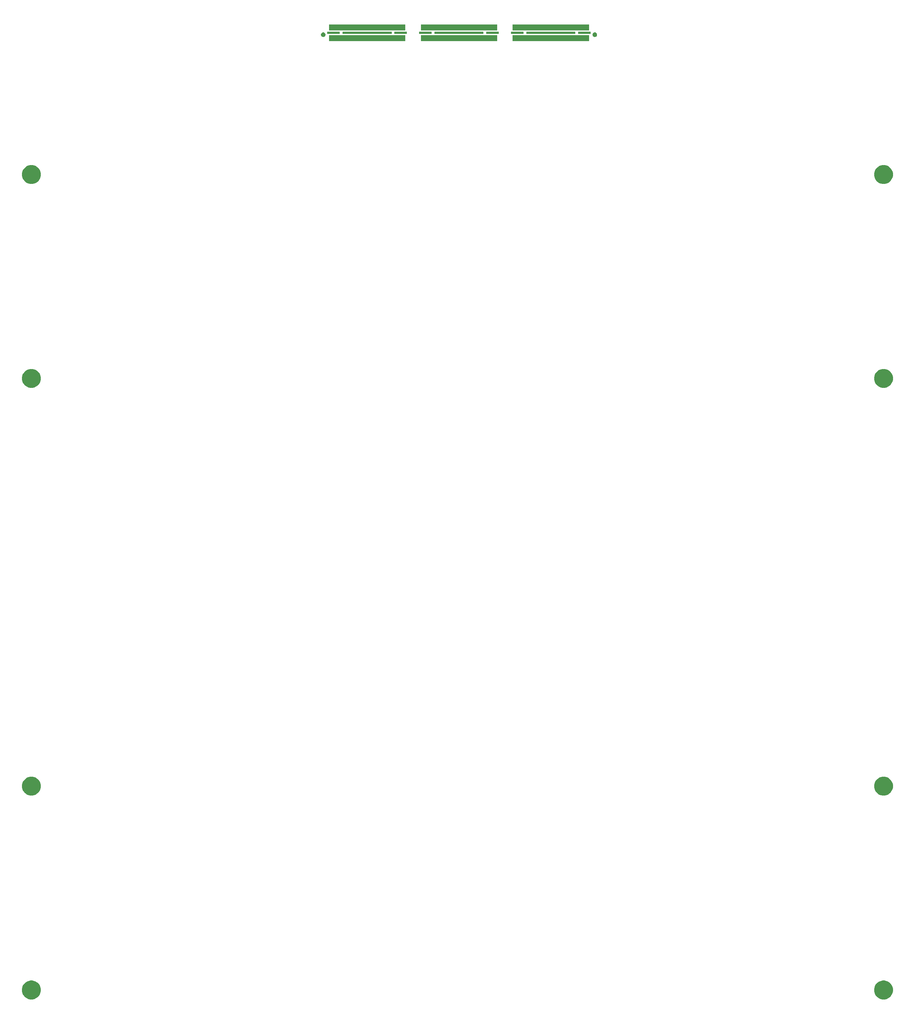
<source format=gbr>
G04 #@! TF.GenerationSoftware,KiCad,Pcbnew,(5.1.6)-1*
G04 #@! TF.CreationDate,2022-05-04T19:11:15-05:00*
G04 #@! TF.ProjectId,stripline_anode,73747269-706c-4696-9e65-5f616e6f6465,1a*
G04 #@! TF.SameCoordinates,Original*
G04 #@! TF.FileFunction,Soldermask,Top*
G04 #@! TF.FilePolarity,Negative*
%FSLAX46Y46*%
G04 Gerber Fmt 4.6, Leading zero omitted, Abs format (unit mm)*
G04 Created by KiCad (PCBNEW (5.1.6)-1) date 2022-05-04 19:11:15*
%MOMM*%
%LPD*%
G01*
G04 APERTURE LIST*
%ADD10C,0.100000*%
G04 APERTURE END LIST*
D10*
G36*
X115740391Y-107529033D02*
G01*
X116204643Y-107721332D01*
X116204645Y-107721333D01*
X116622461Y-108000509D01*
X116977784Y-108355832D01*
X117256960Y-108773648D01*
X117256961Y-108773650D01*
X117449260Y-109237902D01*
X117547293Y-109730747D01*
X117547293Y-110233253D01*
X117449260Y-110726098D01*
X117256961Y-111190350D01*
X117256960Y-111190352D01*
X116977784Y-111608168D01*
X116622461Y-111963491D01*
X116204645Y-112242667D01*
X116204644Y-112242668D01*
X116204643Y-112242668D01*
X115740391Y-112434967D01*
X115247546Y-112533000D01*
X114745040Y-112533000D01*
X114252195Y-112434967D01*
X113787943Y-112242668D01*
X113787942Y-112242668D01*
X113787941Y-112242667D01*
X113370125Y-111963491D01*
X113014802Y-111608168D01*
X112735626Y-111190352D01*
X112735625Y-111190350D01*
X112543326Y-110726098D01*
X112445293Y-110233253D01*
X112445293Y-109730747D01*
X112543326Y-109237902D01*
X112735625Y-108773650D01*
X112735626Y-108773648D01*
X113014802Y-108355832D01*
X113370125Y-108000509D01*
X113787941Y-107721333D01*
X113787943Y-107721332D01*
X114252195Y-107529033D01*
X114745040Y-107431000D01*
X115247546Y-107431000D01*
X115740391Y-107529033D01*
G37*
G36*
X-114259609Y-107529033D02*
G01*
X-113795357Y-107721332D01*
X-113795355Y-107721333D01*
X-113377539Y-108000509D01*
X-113022216Y-108355832D01*
X-112743040Y-108773648D01*
X-112743039Y-108773650D01*
X-112550740Y-109237902D01*
X-112452707Y-109730747D01*
X-112452707Y-110233253D01*
X-112550740Y-110726098D01*
X-112743039Y-111190350D01*
X-112743040Y-111190352D01*
X-113022216Y-111608168D01*
X-113377539Y-111963491D01*
X-113795355Y-112242667D01*
X-113795356Y-112242668D01*
X-113795357Y-112242668D01*
X-114259609Y-112434967D01*
X-114752454Y-112533000D01*
X-115254960Y-112533000D01*
X-115747805Y-112434967D01*
X-116212057Y-112242668D01*
X-116212058Y-112242668D01*
X-116212059Y-112242667D01*
X-116629875Y-111963491D01*
X-116985198Y-111608168D01*
X-117264374Y-111190352D01*
X-117264375Y-111190350D01*
X-117456674Y-110726098D01*
X-117554707Y-110233253D01*
X-117554707Y-109730747D01*
X-117456674Y-109237902D01*
X-117264375Y-108773650D01*
X-117264374Y-108773648D01*
X-116985198Y-108355832D01*
X-116629875Y-108000509D01*
X-116212059Y-107721333D01*
X-116212057Y-107721332D01*
X-115747805Y-107529033D01*
X-115254960Y-107431000D01*
X-114752454Y-107431000D01*
X-114259609Y-107529033D01*
G37*
G36*
X-114259609Y-52529033D02*
G01*
X-113795357Y-52721332D01*
X-113795355Y-52721333D01*
X-113377539Y-53000509D01*
X-113022216Y-53355832D01*
X-112743040Y-53773648D01*
X-112743039Y-53773650D01*
X-112550740Y-54237902D01*
X-112452707Y-54730747D01*
X-112452707Y-55233253D01*
X-112550740Y-55726098D01*
X-112743039Y-56190350D01*
X-112743040Y-56190352D01*
X-113022216Y-56608168D01*
X-113377539Y-56963491D01*
X-113795355Y-57242667D01*
X-113795356Y-57242668D01*
X-113795357Y-57242668D01*
X-114259609Y-57434967D01*
X-114752454Y-57533000D01*
X-115254960Y-57533000D01*
X-115747805Y-57434967D01*
X-116212057Y-57242668D01*
X-116212058Y-57242668D01*
X-116212059Y-57242667D01*
X-116629875Y-56963491D01*
X-116985198Y-56608168D01*
X-117264374Y-56190352D01*
X-117264375Y-56190350D01*
X-117456674Y-55726098D01*
X-117554707Y-55233253D01*
X-117554707Y-54730747D01*
X-117456674Y-54237902D01*
X-117264375Y-53773650D01*
X-117264374Y-53773648D01*
X-116985198Y-53355832D01*
X-116629875Y-53000509D01*
X-116212059Y-52721333D01*
X-116212057Y-52721332D01*
X-115747805Y-52529033D01*
X-115254960Y-52431000D01*
X-114752454Y-52431000D01*
X-114259609Y-52529033D01*
G37*
G36*
X115740391Y-52529033D02*
G01*
X116204643Y-52721332D01*
X116204645Y-52721333D01*
X116622461Y-53000509D01*
X116977784Y-53355832D01*
X117256960Y-53773648D01*
X117256961Y-53773650D01*
X117449260Y-54237902D01*
X117547293Y-54730747D01*
X117547293Y-55233253D01*
X117449260Y-55726098D01*
X117256961Y-56190350D01*
X117256960Y-56190352D01*
X116977784Y-56608168D01*
X116622461Y-56963491D01*
X116204645Y-57242667D01*
X116204644Y-57242668D01*
X116204643Y-57242668D01*
X115740391Y-57434967D01*
X115247546Y-57533000D01*
X114745040Y-57533000D01*
X114252195Y-57434967D01*
X113787943Y-57242668D01*
X113787942Y-57242668D01*
X113787941Y-57242667D01*
X113370125Y-56963491D01*
X113014802Y-56608168D01*
X112735626Y-56190352D01*
X112735625Y-56190350D01*
X112543326Y-55726098D01*
X112445293Y-55233253D01*
X112445293Y-54730747D01*
X112543326Y-54237902D01*
X112735625Y-53773650D01*
X112735626Y-53773648D01*
X113014802Y-53355832D01*
X113370125Y-53000509D01*
X113787941Y-52721333D01*
X113787943Y-52721332D01*
X114252195Y-52529033D01*
X114745040Y-52431000D01*
X115247546Y-52431000D01*
X115740391Y-52529033D01*
G37*
G36*
X115740391Y57470967D02*
G01*
X116204643Y57278668D01*
X116204645Y57278667D01*
X116622461Y56999491D01*
X116977784Y56644168D01*
X117256960Y56226352D01*
X117256961Y56226350D01*
X117449260Y55762098D01*
X117547293Y55269253D01*
X117547293Y54766747D01*
X117449260Y54273902D01*
X117256961Y53809650D01*
X117256960Y53809648D01*
X116977784Y53391832D01*
X116622461Y53036509D01*
X116204645Y52757333D01*
X116204644Y52757332D01*
X116204643Y52757332D01*
X115740391Y52565033D01*
X115247546Y52467000D01*
X114745040Y52467000D01*
X114252195Y52565033D01*
X113787943Y52757332D01*
X113787942Y52757332D01*
X113787941Y52757333D01*
X113370125Y53036509D01*
X113014802Y53391832D01*
X112735626Y53809648D01*
X112735625Y53809650D01*
X112543326Y54273902D01*
X112445293Y54766747D01*
X112445293Y55269253D01*
X112543326Y55762098D01*
X112735625Y56226350D01*
X112735626Y56226352D01*
X113014802Y56644168D01*
X113370125Y56999491D01*
X113787941Y57278667D01*
X113787943Y57278668D01*
X114252195Y57470967D01*
X114745040Y57569000D01*
X115247546Y57569000D01*
X115740391Y57470967D01*
G37*
G36*
X-114259609Y57470967D02*
G01*
X-113795357Y57278668D01*
X-113795355Y57278667D01*
X-113377539Y56999491D01*
X-113022216Y56644168D01*
X-112743040Y56226352D01*
X-112743039Y56226350D01*
X-112550740Y55762098D01*
X-112452707Y55269253D01*
X-112452707Y54766747D01*
X-112550740Y54273902D01*
X-112743039Y53809650D01*
X-112743040Y53809648D01*
X-113022216Y53391832D01*
X-113377539Y53036509D01*
X-113795355Y52757333D01*
X-113795356Y52757332D01*
X-113795357Y52757332D01*
X-114259609Y52565033D01*
X-114752454Y52467000D01*
X-115254960Y52467000D01*
X-115747805Y52565033D01*
X-116212057Y52757332D01*
X-116212058Y52757332D01*
X-116212059Y52757333D01*
X-116629875Y53036509D01*
X-116985198Y53391832D01*
X-117264374Y53809648D01*
X-117264375Y53809650D01*
X-117456674Y54273902D01*
X-117554707Y54766747D01*
X-117554707Y55269253D01*
X-117456674Y55762098D01*
X-117264375Y56226350D01*
X-117264374Y56226352D01*
X-116985198Y56644168D01*
X-116629875Y56999491D01*
X-116212059Y57278667D01*
X-116212057Y57278668D01*
X-115747805Y57470967D01*
X-115254960Y57569000D01*
X-114752454Y57569000D01*
X-114259609Y57470967D01*
G37*
G36*
X115740391Y112470967D02*
G01*
X116204643Y112278668D01*
X116204645Y112278667D01*
X116622461Y111999491D01*
X116977784Y111644168D01*
X117256960Y111226352D01*
X117256961Y111226350D01*
X117449260Y110762098D01*
X117547293Y110269253D01*
X117547293Y109766747D01*
X117449260Y109273902D01*
X117256961Y108809650D01*
X117256960Y108809648D01*
X116977784Y108391832D01*
X116622461Y108036509D01*
X116204645Y107757333D01*
X116204644Y107757332D01*
X116204643Y107757332D01*
X115740391Y107565033D01*
X115247546Y107467000D01*
X114745040Y107467000D01*
X114252195Y107565033D01*
X113787943Y107757332D01*
X113787942Y107757332D01*
X113787941Y107757333D01*
X113370125Y108036509D01*
X113014802Y108391832D01*
X112735626Y108809648D01*
X112735625Y108809650D01*
X112543326Y109273902D01*
X112445293Y109766747D01*
X112445293Y110269253D01*
X112543326Y110762098D01*
X112735625Y111226350D01*
X112735626Y111226352D01*
X113014802Y111644168D01*
X113370125Y111999491D01*
X113787941Y112278667D01*
X113787943Y112278668D01*
X114252195Y112470967D01*
X114745040Y112569000D01*
X115247546Y112569000D01*
X115740391Y112470967D01*
G37*
G36*
X-114259609Y112470967D02*
G01*
X-113795357Y112278668D01*
X-113795355Y112278667D01*
X-113377539Y111999491D01*
X-113022216Y111644168D01*
X-112743040Y111226352D01*
X-112743039Y111226350D01*
X-112550740Y110762098D01*
X-112452707Y110269253D01*
X-112452707Y109766747D01*
X-112550740Y109273902D01*
X-112743039Y108809650D01*
X-112743040Y108809648D01*
X-113022216Y108391832D01*
X-113377539Y108036509D01*
X-113795355Y107757333D01*
X-113795356Y107757332D01*
X-113795357Y107757332D01*
X-114259609Y107565033D01*
X-114752454Y107467000D01*
X-115254960Y107467000D01*
X-115747805Y107565033D01*
X-116212057Y107757332D01*
X-116212058Y107757332D01*
X-116212059Y107757333D01*
X-116629875Y108036509D01*
X-116985198Y108391832D01*
X-117264374Y108809648D01*
X-117264375Y108809650D01*
X-117456674Y109273902D01*
X-117554707Y109766747D01*
X-117554707Y110269253D01*
X-117456674Y110762098D01*
X-117264375Y111226350D01*
X-117264374Y111226352D01*
X-116985198Y111644168D01*
X-116629875Y111999491D01*
X-116212059Y112278667D01*
X-116212057Y112278668D01*
X-115747805Y112470967D01*
X-115254960Y112569000D01*
X-114752454Y112569000D01*
X-114259609Y112470967D01*
G37*
G36*
X-14098950Y146044180D02*
G01*
X-34700950Y146044180D01*
X-34700950Y147646180D01*
X-14098950Y147646180D01*
X-14098950Y146044180D01*
G37*
G36*
X35501050Y146044180D02*
G01*
X14899050Y146044180D01*
X14899050Y147646180D01*
X35501050Y147646180D01*
X35501050Y146044180D01*
G37*
G36*
X10701050Y146044180D02*
G01*
X-9900950Y146044180D01*
X-9900950Y147646180D01*
X10701050Y147646180D01*
X10701050Y146044180D01*
G37*
G36*
X37229731Y148362508D02*
G01*
X37341836Y148316073D01*
X37442727Y148248659D01*
X37528529Y148162857D01*
X37595943Y148061966D01*
X37642378Y147949861D01*
X37666050Y147830851D01*
X37666050Y147709509D01*
X37642378Y147590499D01*
X37595943Y147478394D01*
X37528529Y147377503D01*
X37442727Y147291701D01*
X37341836Y147224287D01*
X37229731Y147177852D01*
X37110721Y147154180D01*
X36989379Y147154180D01*
X36870369Y147177852D01*
X36758264Y147224287D01*
X36657373Y147291701D01*
X36571571Y147377503D01*
X36504157Y147478394D01*
X36457722Y147590499D01*
X36434050Y147709509D01*
X36434050Y147830851D01*
X36457722Y147949861D01*
X36504157Y148061966D01*
X36571571Y148162857D01*
X36657373Y148248659D01*
X36758264Y148316073D01*
X36870369Y148362508D01*
X36989379Y148386180D01*
X37110721Y148386180D01*
X37229731Y148362508D01*
G37*
G36*
X-36070269Y148362508D02*
G01*
X-35958164Y148316073D01*
X-35857273Y148248659D01*
X-35771471Y148162857D01*
X-35704057Y148061966D01*
X-35657622Y147949861D01*
X-35633950Y147830851D01*
X-35633950Y147709509D01*
X-35657622Y147590499D01*
X-35704057Y147478394D01*
X-35771471Y147377503D01*
X-35857273Y147291701D01*
X-35958164Y147224287D01*
X-36070269Y147177852D01*
X-36189279Y147154180D01*
X-36310621Y147154180D01*
X-36429631Y147177852D01*
X-36541736Y147224287D01*
X-36642627Y147291701D01*
X-36728429Y147377503D01*
X-36795843Y147478394D01*
X-36842278Y147590499D01*
X-36865950Y147709509D01*
X-36865950Y147830851D01*
X-36842278Y147949861D01*
X-36795843Y148061966D01*
X-36728429Y148162857D01*
X-36642627Y148248659D01*
X-36541736Y148316073D01*
X-36429631Y148362508D01*
X-36310621Y148386180D01*
X-36189279Y148386180D01*
X-36070269Y148362508D01*
G37*
G36*
X-17773950Y147964180D02*
G01*
X-31025950Y147964180D01*
X-31025950Y148576180D01*
X-17773950Y148576180D01*
X-17773950Y147964180D01*
G37*
G36*
X-31773950Y147964180D02*
G01*
X-35155950Y147964180D01*
X-35155950Y148576180D01*
X-31773950Y148576180D01*
X-31773950Y147964180D01*
G37*
G36*
X-13643950Y147964180D02*
G01*
X-17025950Y147964180D01*
X-17025950Y148576180D01*
X-13643950Y148576180D01*
X-13643950Y147964180D01*
G37*
G36*
X-6973950Y147964180D02*
G01*
X-10355950Y147964180D01*
X-10355950Y148576180D01*
X-6973950Y148576180D01*
X-6973950Y147964180D01*
G37*
G36*
X7026050Y147964180D02*
G01*
X-6225950Y147964180D01*
X-6225950Y148576180D01*
X7026050Y148576180D01*
X7026050Y147964180D01*
G37*
G36*
X11156050Y147964180D02*
G01*
X7774050Y147964180D01*
X7774050Y148576180D01*
X11156050Y148576180D01*
X11156050Y147964180D01*
G37*
G36*
X31826050Y147964180D02*
G01*
X18574050Y147964180D01*
X18574050Y148576180D01*
X31826050Y148576180D01*
X31826050Y147964180D01*
G37*
G36*
X35956050Y147964180D02*
G01*
X32574050Y147964180D01*
X32574050Y148576180D01*
X35956050Y148576180D01*
X35956050Y147964180D01*
G37*
G36*
X17826050Y147964180D02*
G01*
X14444050Y147964180D01*
X14444050Y148576180D01*
X17826050Y148576180D01*
X17826050Y147964180D01*
G37*
G36*
X35501050Y148894180D02*
G01*
X14899050Y148894180D01*
X14899050Y150496180D01*
X35501050Y150496180D01*
X35501050Y148894180D01*
G37*
G36*
X-14098950Y148894180D02*
G01*
X-34700950Y148894180D01*
X-34700950Y150496180D01*
X-14098950Y150496180D01*
X-14098950Y148894180D01*
G37*
G36*
X10701050Y148894180D02*
G01*
X-9900950Y148894180D01*
X-9900950Y150496180D01*
X10701050Y150496180D01*
X10701050Y148894180D01*
G37*
M02*

</source>
